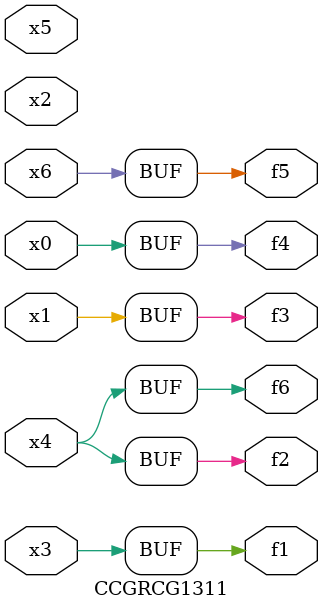
<source format=v>
module CCGRCG1311(
	input x0, x1, x2, x3, x4, x5, x6,
	output f1, f2, f3, f4, f5, f6
);
	assign f1 = x3;
	assign f2 = x4;
	assign f3 = x1;
	assign f4 = x0;
	assign f5 = x6;
	assign f6 = x4;
endmodule

</source>
